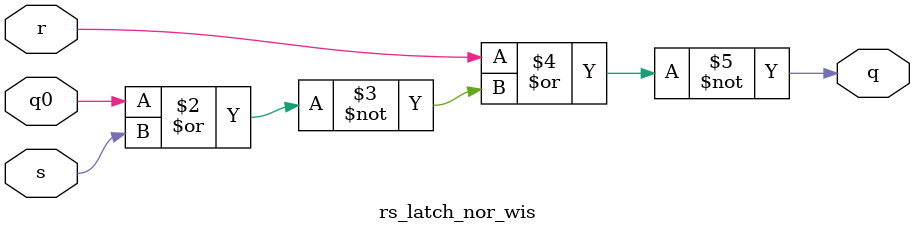
<source format=v>
`timescale 1ns / 1ps


module rs_latch_nor_wis(
    input r, s,
    input q0,
    output reg q);

always @*
    q = ~(r | ~(q0 | s));

endmodule
</source>
